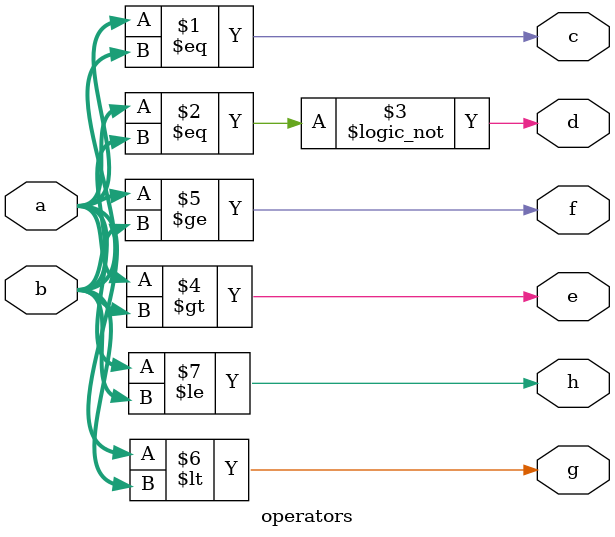
<source format=v>

module operators (input [7:0] a, input [7:0] b,
output c, output d, output e, output f, output g, output h);

assign c = a == b;
assign d = !(a == b);
assign e = a > b;
assign f = a >= b;
assign g = a < b;
assign h = a <= b;

endmodule


</source>
